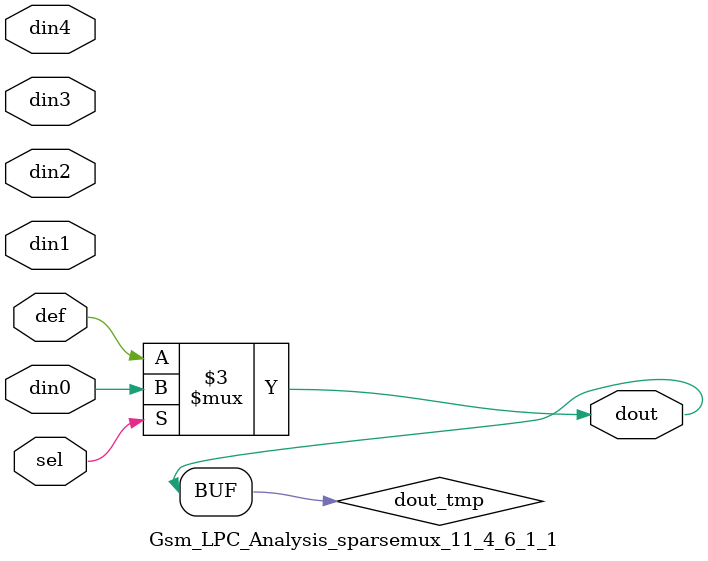
<source format=v>
module Gsm_LPC_Analysis_sparsemux_11_4_6_1_1 (din0,din1,din2,din3,din4,def,sel,dout); 
parameter din0_WIDTH = 1;
parameter din1_WIDTH = 1;
parameter din2_WIDTH = 1;
parameter din3_WIDTH = 1;
parameter din4_WIDTH = 1;
parameter def_WIDTH = 1;
parameter sel_WIDTH = 1;
parameter dout_WIDTH = 1;
parameter [sel_WIDTH-1:0] CASE0 = 1;
parameter [sel_WIDTH-1:0] CASE1 = 1;
parameter [sel_WIDTH-1:0] CASE2 = 1;
parameter [sel_WIDTH-1:0] CASE3 = 1;
parameter [sel_WIDTH-1:0] CASE4 = 1;
parameter ID = 1;
parameter NUM_STAGE = 1;
input [din0_WIDTH-1:0] din0;
input [din1_WIDTH-1:0] din1;
input [din2_WIDTH-1:0] din2;
input [din3_WIDTH-1:0] din3;
input [din4_WIDTH-1:0] din4;
input [def_WIDTH-1:0] def;
input [sel_WIDTH-1:0] sel;
output [dout_WIDTH-1:0] dout;
reg [dout_WIDTH-1:0] dout_tmp;
always @ (*) begin
(* parallel_case *) case (sel)
    CASE0 : dout_tmp = din0;
    CASE1 : dout_tmp = din1;
    CASE2 : dout_tmp = din2;
    CASE3 : dout_tmp = din3;
    CASE4 : dout_tmp = din4;
    default : dout_tmp = def;
endcase
end
assign dout = dout_tmp;
endmodule
</source>
